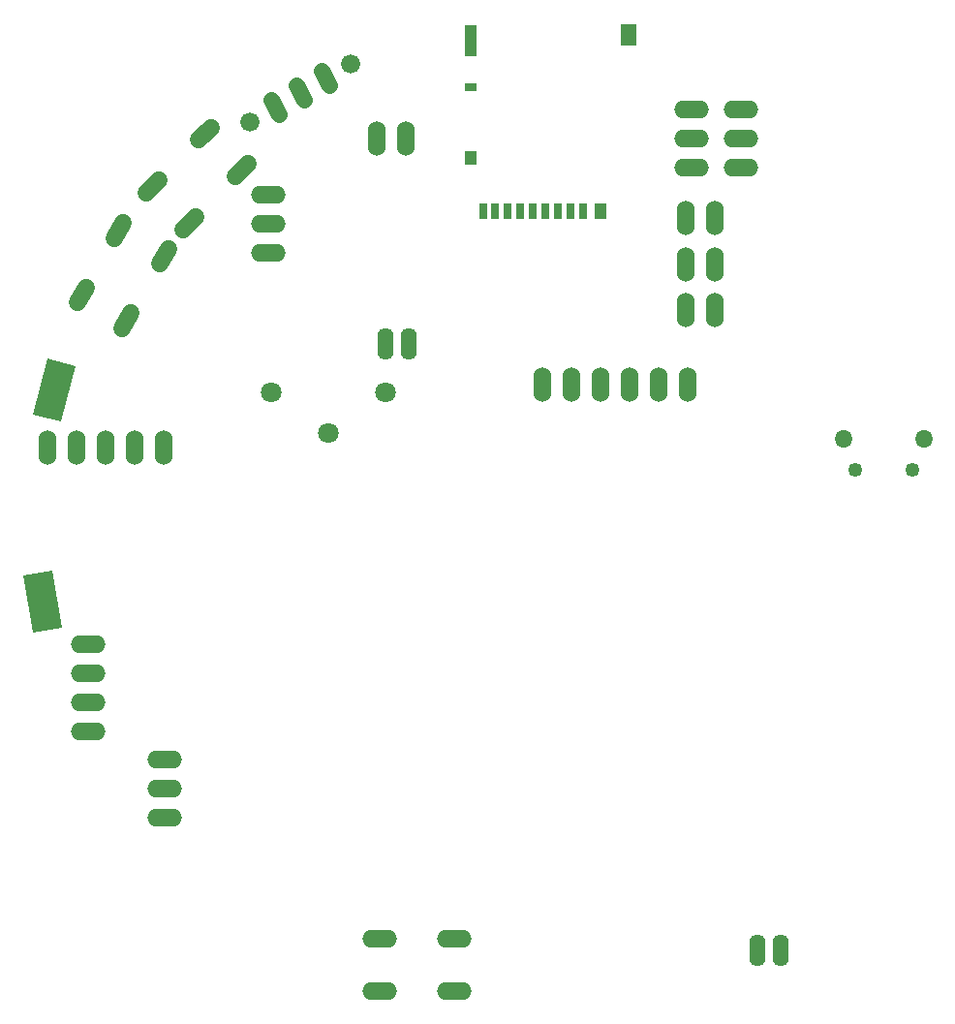
<source format=gbs>
G04 #@! TF.FileFunction,Soldermask,Bot*
%FSLAX46Y46*%
G04 Gerber Fmt 4.6, Leading zero omitted, Abs format (unit mm)*
G04 Created by KiCad (PCBNEW 4.0.1-stable) date 2017/06/17 11:06:08*
%MOMM*%
G01*
G04 APERTURE LIST*
%ADD10C,0.100000*%
%ADD11O,1.400000X2.800000*%
%ADD12C,1.800000*%
%ADD13C,1.422400*%
%ADD14C,1.676400*%
%ADD15O,1.524000X3.048000*%
%ADD16O,3.048000X1.524000*%
%ADD17C,1.524000*%
%ADD18R,0.647700X1.399540*%
%ADD19R,1.099820X0.797560*%
%ADD20R,1.099820X2.799080*%
%ADD21R,1.399540X1.899920*%
%ADD22R,0.998220X1.399540*%
%ADD23R,1.099820X1.198880*%
%ADD24O,1.550000X1.550000*%
%ADD25O,1.250000X1.250000*%
G04 APERTURE END LIST*
D10*
D11*
X148000000Y-140000000D03*
X146000000Y-140000000D03*
D10*
G36*
X82690361Y-112221945D02*
X81808228Y-107219121D01*
X84309639Y-106778055D01*
X85191772Y-111780879D01*
X82690361Y-112221945D01*
X82690361Y-112221945D01*
G37*
D12*
X108500000Y-94800000D03*
X113500000Y-91200000D03*
X103500000Y-91200000D03*
D13*
X104155895Y-66885917D02*
X103444695Y-65654083D01*
X106355600Y-65615917D02*
X105644400Y-64384083D01*
X108555305Y-64345917D02*
X107844105Y-63114083D01*
D14*
X101600591Y-67540000D03*
X110399409Y-62460000D03*
D15*
X94080000Y-96000000D03*
X91540000Y-96000000D03*
X89000000Y-96000000D03*
X86460000Y-96000000D03*
X83920000Y-96000000D03*
X139730000Y-76000000D03*
X142270000Y-76000000D03*
X142270000Y-80000000D03*
X139730000Y-80000000D03*
X142270000Y-84000000D03*
X139730000Y-84000000D03*
D16*
X103250000Y-73960000D03*
X103250000Y-76500000D03*
X103250000Y-79040000D03*
D15*
X112730000Y-69000000D03*
X115270000Y-69000000D03*
D16*
X94200000Y-123260000D03*
X94200000Y-125800000D03*
X94200000Y-128340000D03*
X87500000Y-113190000D03*
X87500000Y-115730000D03*
X87500000Y-118270000D03*
X87500000Y-120810000D03*
D15*
X127150000Y-90500000D03*
X129690000Y-90500000D03*
X132230000Y-90500000D03*
X134770000Y-90500000D03*
X137310000Y-90500000D03*
X139850000Y-90500000D03*
D17*
X92563754Y-73739275D02*
X93641384Y-72661645D01*
X97161645Y-69141384D02*
X98239275Y-68063754D01*
X95760725Y-76936246D02*
X96838355Y-75858616D01*
X100358616Y-72338355D02*
X101436246Y-71260725D01*
X86535663Y-83345233D02*
X87297663Y-82025411D01*
X89786863Y-77713989D02*
X90548863Y-76394167D01*
X90451137Y-85605833D02*
X91213137Y-84286011D01*
X93702337Y-79974589D02*
X94464337Y-78654767D01*
D16*
X119501200Y-143510600D03*
X112998800Y-143510600D03*
X119501200Y-138989400D03*
X112998800Y-138989400D03*
D18*
X130697860Y-75398240D03*
X129598040Y-75398240D03*
X128498220Y-75398240D03*
X127400940Y-75398240D03*
X126301120Y-75398240D03*
X125201300Y-75398240D03*
X124101480Y-75398240D03*
X123001660Y-75398240D03*
X122051700Y-75398240D03*
D19*
X120951880Y-64499100D03*
D20*
X120951880Y-60473200D03*
D21*
X134749160Y-59949960D03*
D22*
X132249800Y-75398240D03*
D23*
X120951880Y-70699240D03*
D10*
G36*
X82615874Y-93124751D02*
X83930675Y-88217848D01*
X86384126Y-88875249D01*
X85069325Y-93782152D01*
X82615874Y-93124751D01*
X82615874Y-93124751D01*
G37*
D16*
X140250000Y-66460000D03*
X140250000Y-69000000D03*
X140250000Y-71540000D03*
X144500000Y-66460000D03*
X144500000Y-69000000D03*
X144500000Y-71540000D03*
D24*
X160500000Y-95300000D03*
X153500000Y-95300000D03*
D25*
X159500000Y-98000000D03*
X154500000Y-98000000D03*
D11*
X115500000Y-87000000D03*
X113500000Y-87000000D03*
M02*

</source>
